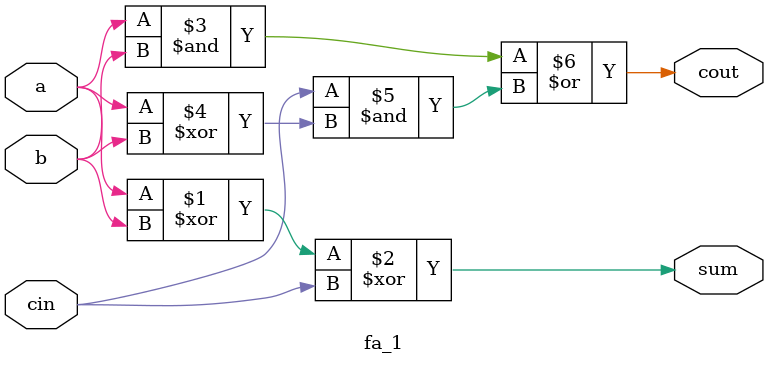
<source format=v>
module fa_1
(
    input a,
    input b,
    input cin,
    output sum,
    output cout
);

assign sum = a ^ b ^ cin;
assign cout = (a & b) | (cin & (a ^ b));

endmodule

</source>
